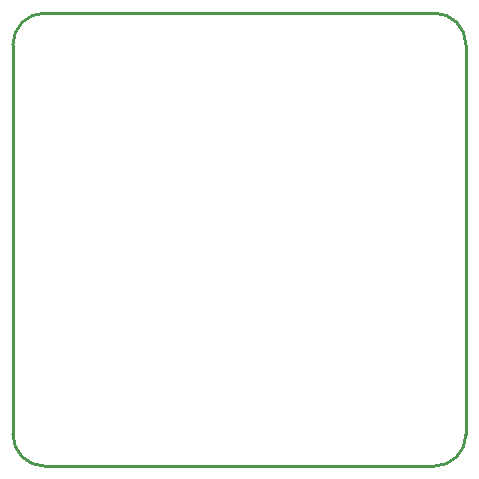
<source format=gko>
G04*
G04 #@! TF.GenerationSoftware,Altium Limited,Altium Designer,19.1.5 (86)*
G04*
G04 Layer_Color=16711935*
%FSLAX25Y25*%
%MOIN*%
G70*
G01*
G75*
%ADD13C,0.01000*%
D13*
X150500Y140000D02*
G03*
X140000Y150500I-10500J0D01*
G01*
Y-500D02*
G03*
X150500Y10000I0J10500D01*
G01*
X10000Y150500D02*
G03*
X-500Y140000I0J-10500D01*
G01*
Y10000D02*
G03*
X10000Y-500I10500J0D01*
G01*
X150500Y10000D02*
Y140000D01*
X10000Y150500D02*
X140000D01*
X-500Y10000D02*
Y140000D01*
X10000Y-500D02*
X140000D01*
M02*

</source>
